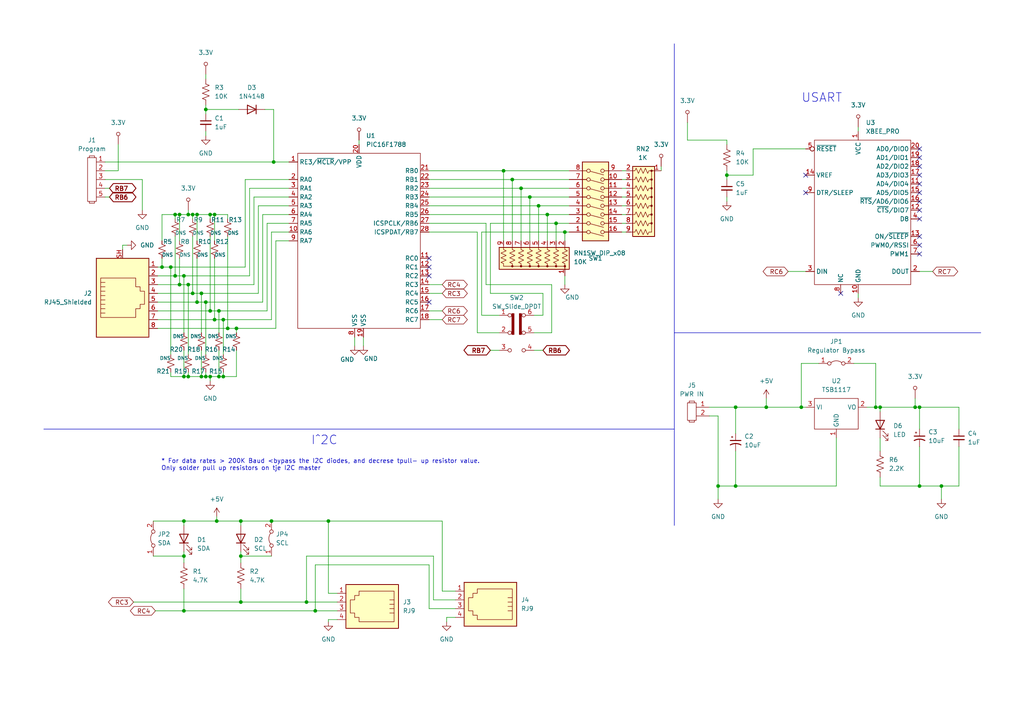
<source format=kicad_sch>
(kicad_sch (version 20231120) (generator "eeschema") (generator_version "8.0")
  (paper "A4")
  (lib_symbols
    (symbol "+5V_1" (power) (pin_names (offset 0))
      (property "Value" "+5V" (at 0 5.08 0))
      (symbol "+5V_1_1_1"
        (pin power_in line (at 0 0 90) (length 0) hide (name "+5V") (number "1"))
      )
    )
    (symbol "3.3V_1" (power) (in_bom no) (on_board no)
      (property "Value" "3.3V" (at 0 1.27 0))
      (symbol "3.3V_1_1_1"
        (pin power_in line (at 0 -5.08 90) (length 2.54) (name "") (number ""))
      )
    )
    (symbol "3.3V_2" (power) (in_bom no) (on_board no)
      (property "Value" "3.3V" (at 0 1.27 0))
      (symbol "3.3V_2_1_1"
        (pin power_in line (at 0 -5.08 90) (length 2.54) (name "") (number ""))
      )
    )
    (symbol "3.3V_3" (power) (in_bom no) (on_board no)
      (property "Value" "3.3V" (at 0 1.27 0))
      (symbol "3.3V_3_1_1"
        (pin power_in line (at 0 -5.08 90) (length 2.54) (name "") (number ""))
      )
    )
    (symbol "3.3V_4" (power) (in_bom no) (on_board no)
      (property "Value" "3.3V" (at 0 1.27 0))
      (symbol "3.3V_4_1_1"
        (pin power_in line (at 0 -5.08 90) (length 2.54) (name "") (number ""))
      )
    )
    (symbol "3.3V_5" (power) (in_bom no) (on_board no)
      (property "Value" "3.3V" (at 0 1.27 0))
      (symbol "3.3V_5_1_1"
        (pin power_in line (at 0 -5.08 90) (length 2.54) (name "") (number ""))
      )
    )
    (symbol "Connector:RJ45_Shielded" (pin_names (offset 1.016))
      (property "Reference" "J" (at -5.08 13.97 0))
      (property "Value" "RJ45_Shielded" (at 2.54 13.97 0))
      (symbol "RJ45_Shielded_1_1"
        (pin passive line (at 10.16 -7.62 180) (length 2.54) (name "~") (number "1"))
        (pin passive line (at 10.16 -5.08 180) (length 2.54) (name "~") (number "2"))
        (pin passive line (at 10.16 -2.54 180) (length 2.54) (name "~") (number "3"))
        (pin passive line (at 10.16 0 180) (length 2.54) (name "~") (number "4"))
        (pin passive line (at 10.16 2.54 180) (length 2.54) (name "~") (number "5"))
        (pin passive line (at 10.16 5.08 180) (length 2.54) (name "~") (number "6"))
        (pin passive line (at 10.16 7.62 180) (length 2.54) (name "~") (number "7"))
        (pin passive line (at 10.16 10.16 180) (length 2.54) (name "~") (number "8"))
        (pin passive line (at 0 -12.7 90) (length 2.54) (name "~") (number "SH"))
      )
    )
    (symbol "Connector:RJ9" (pin_names (offset 1.016))
      (property "Reference" "J" (at -5.08 8.89 0))
      (property "Value" "RJ9" (at 2.54 8.89 0))
      (symbol "RJ9_1_1"
        (pin passive line (at 10.16 -2.54 180) (length 2.54) (name "~") (number "1"))
        (pin passive line (at 10.16 0 180) (length 2.54) (name "~") (number "2"))
        (pin passive line (at 10.16 2.54 180) (length 2.54) (name "~") (number "3"))
        (pin passive line (at 10.16 5.08 180) (length 2.54) (name "~") (number "4"))
      )
    )
    (symbol "Custom Components:PIC16LF1788"
      (property "Reference" "U1" (at 2.0194 -2.54 0))
      (property "Value" "PIC16F1788" (at 2.0194 -5.08 0))
      (symbol "PIC16LF1788_1_1"
        (pin bidirectional line (at -20.32 -10.16 0) (length 2.54) (name "RE3/~{MCLR}/VPP") (number "1"))
        (pin bidirectional line (at -20.32 -30.48 0) (length 2.54) (name "RA6") (number "10"))
        (pin bidirectional line (at 20.32 -38.1 180) (length 2.54) (name "RC0") (number "11"))
        (pin bidirectional line (at 20.32 -40.64 180) (length 2.54) (name "RC1") (number "12"))
        (pin bidirectional line (at 20.32 -43.18 180) (length 2.54) (name "RC2") (number "13"))
        (pin bidirectional line (at 20.32 -45.72 180) (length 2.54) (name "RC3") (number "14"))
        (pin bidirectional line (at 20.32 -48.26 180) (length 2.54) (name "RC4") (number "15"))
        (pin bidirectional line (at 20.32 -50.8 180) (length 2.54) (name "RC5") (number "16"))
        (pin bidirectional line (at 20.32 -53.34 180) (length 2.54) (name "RC6") (number "17"))
        (pin bidirectional line (at 20.32 -55.88 180) (length 2.54) (name "RC7") (number "18"))
        (pin bidirectional line (at 1.27 -60.96 90) (length 2.54) (name "VSS") (number "19"))
        (pin bidirectional line (at -20.32 -15.24 0) (length 2.54) (name "RA0") (number "2"))
        (pin passive line (at 0 -5.08 270) (length 2.54) (name "VDD") (number "20"))
        (pin bidirectional line (at 20.32 -12.7 180) (length 2.54) (name "RB0") (number "21"))
        (pin bidirectional line (at 20.32 -15.24 180) (length 2.54) (name "RB1") (number "22"))
        (pin bidirectional line (at 20.32 -17.78 180) (length 2.54) (name "RB2") (number "23"))
        (pin bidirectional line (at 20.32 -20.32 180) (length 2.54) (name "RB3") (number "24"))
        (pin bidirectional line (at 20.32 -22.86 180) (length 2.54) (name "RB4") (number "25"))
        (pin bidirectional line (at 20.32 -25.4 180) (length 2.54) (name "RB5") (number "26"))
        (pin bidirectional line (at 20.32 -27.94 180) (length 2.54) (name "ICSPCLK/RB6") (number "27"))
        (pin bidirectional line (at 20.32 -30.48 180) (length 2.54) (name "ICSPDAT/RB7") (number "28"))
        (pin bidirectional line (at -20.32 -17.78 0) (length 2.54) (name "RA1") (number "3"))
        (pin bidirectional line (at -20.32 -20.32 0) (length 2.54) (name "RA2") (number "4"))
        (pin bidirectional line (at -20.32 -22.86 0) (length 2.54) (name "RA3") (number "5"))
        (pin bidirectional line (at -20.32 -25.4 0) (length 2.54) (name "RA4") (number "6"))
        (pin bidirectional line (at -20.32 -27.94 0) (length 2.54) (name "RA5") (number "7"))
        (pin bidirectional line (at -1.27 -60.96 90) (length 2.54) (name "VSS") (number "8"))
        (pin bidirectional line (at -20.32 -33.02 0) (length 2.54) (name "RA7") (number "9"))
      )
    )
    (symbol "Custom Components:XBEE_PRO"
      (property "Reference" "U" (at -0.381 -23.495 0))
      (property "Value" "XBEE_PRO" (at 0 -25.4 0))
      (symbol "XBEE_PRO_1_1"
        (pin bidirectional line (at 6.35 5.08 270) (length 2.54) (name "VCC") (number "1"))
        (pin bidirectional line (at 6.35 -41.91 90) (length 2.54) (name "GND") (number "10"))
        (pin bidirectional line (at 24.13 -10.16 180) (length 2.54) (name "AD4/DIO4") (number "11"))
        (pin bidirectional line (at 24.13 -17.78 180) (length 2.54) (name "~{CTS}/DIO7") (number "12"))
        (pin bidirectional line (at 24.13 -25.4 180) (length 2.54) (name "ON/~{SLEEP}") (number "13"))
        (pin bidirectional line (at -8.89 -7.62 0) (length 2.54) (name "VREF") (number "14"))
        (pin bidirectional line (at 24.13 -12.7 180) (length 2.54) (name "AD5/DIO5") (number "15"))
        (pin bidirectional line (at 24.13 -15.24 180) (length 2.54) (name "~{RTS}/AD6/DIO6") (number "16"))
        (pin bidirectional line (at 24.13 -7.62 180) (length 2.54) (name "AD3/DIO3") (number "17"))
        (pin bidirectional line (at 24.13 -5.08 180) (length 2.54) (name "AD2/DIO2") (number "18"))
        (pin bidirectional line (at 24.13 -2.54 180) (length 2.54) (name "AD1/DIO1") (number "19"))
        (pin bidirectional line (at 24.13 -35.56 180) (length 2.54) (name "DOUT") (number "2"))
        (pin bidirectional line (at 24.13 0 180) (length 2.54) (name "AD0/DIO0") (number "20"))
        (pin bidirectional line (at -8.89 -35.56 0) (length 2.54) (name "DIN") (number "3"))
        (pin bidirectional line (at 24.13 -20.32 180) (length 2.54) (name "D8") (number "4"))
        (pin bidirectional inverted (at -8.89 0 0) (length 2.54) (name "~{RESET}") (number "5"))
        (pin bidirectional line (at 24.13 -27.94 180) (length 2.54) (name "PWM0/RSSI") (number "6"))
        (pin bidirectional line (at 24.13 -30.48 180) (length 2.54) (name "PWM1") (number "7"))
        (pin bidirectional line (at 1.27 -41.91 90) (length 2.54) (name "NC") (number "8"))
        (pin bidirectional line (at -8.89 -12.7 0) (length 2.54) (name "DTR/SLEEP") (number "9"))
      )
    )
    (symbol "Custom Symbols:2pinheader"
      (property "Reference" "J5" (at -1.27 7.62 0))
      (property "Value" "PWR IN" (at -1.27 5.08 0))
      (symbol "2pinheader_1_1"
        (pin power_out line (at 3.81 1.27 180) (length 3.81) (name "") (number "1"))
        (pin power_out line (at 3.81 -1.27 180) (length 3.81) (name "") (number "2"))
      )
    )
    (symbol "Custom Symbols:5pinheader"
      (property "Reference" "J" (at -1.016 0.508 0))
      (property "Value" "5pinheader" (at -1.016 0.508 0))
      (symbol "5pinheader_1_1"
        (pin bidirectional line (at 2.54 -2.54 180) (length 2.54) (name "") (number "1"))
        (pin bidirectional line (at 2.54 -5.08 180) (length 2.54) (name "") (number "2"))
        (pin bidirectional line (at 2.54 -7.62 180) (length 2.54) (name "") (number "3"))
        (pin bidirectional line (at 2.54 -10.16 180) (length 2.54) (name "") (number "4"))
        (pin bidirectional line (at 2.54 -12.7 180) (length 2.54) (name "") (number "5"))
      )
    )
    (symbol "Custom Symbols:TSB1117"
      (property "Reference" "U2" (at 2.54 5.08 0))
      (property "Value" "TSB1117" (at 2.54 2.54 0))
      (symbol "TSB1117_1_1"
        (pin bidirectional line (at 2.54 -11.43 90) (length 2.54) (name "GND") (number "1"))
        (pin power_out line (at 11.43 -2.54 180) (length 2.54) (name "VO") (number "2"))
        (pin power_in line (at -6.35 -2.54 0) (length 2.54) (name "VI") (number "3"))
      )
    )
    (symbol "Device:C_Polarized_Small_US" (pin_numbers hide) (pin_names (offset 0.254) hide)
      (property "Reference" "C" (at 0.254 1.778 0))
      (property "Value" "C_Polarized_Small_US" (at 0.254 -2.032 0))
      (symbol "C_Polarized_Small_US_1_1"
        (pin passive line (at 0 2.54 270) (length 2.032) (name "~") (number "1"))
        (pin passive line (at 0 -2.54 90) (length 2.032) (name "~") (number "2"))
      )
    )
    (symbol "Device:C_Small" (pin_numbers hide) (pin_names (offset 0.254) hide)
      (property "Reference" "C" (at 0.254 1.778 0))
      (property "Value" "C_Small" (at 0.254 -2.032 0))
      (symbol "C_Small_1_1"
        (pin passive line (at 0 2.54 270) (length 2.032) (name "~") (number "1"))
        (pin passive line (at 0 -2.54 90) (length 2.032) (name "~") (number "2"))
      )
    )
    (symbol "Device:LED" (pin_numbers hide) (pin_names (offset 1.016) hide)
      (property "Reference" "D" (at 0 2.54 0))
      (property "Value" "LED" (at 0 -2.54 0))
      (symbol "LED_1_1"
        (pin passive line (at -3.81 0 0) (length 2.54) (name "K") (number "1"))
        (pin passive line (at 3.81 0 180) (length 2.54) (name "A") (number "2"))
      )
    )
    (symbol "Device:R_Network08_US" (pin_names (offset 0) hide)
      (property "Reference" "RN" (at -12.7 0 90))
      (property "Value" "R_Network08_US" (at 10.16 0 90))
      (symbol "R_Network08_US_1_1"
        (pin passive line (at -10.16 5.08 270) (length 2.54) (name "common") (number "1"))
        (pin passive line (at -10.16 -5.08 90) (length 1.27) (name "R1") (number "2"))
        (pin passive line (at -7.62 -5.08 90) (length 1.27) (name "R2") (number "3"))
        (pin passive line (at -5.08 -5.08 90) (length 1.27) (name "R3") (number "4"))
        (pin passive line (at -2.54 -5.08 90) (length 1.27) (name "R4") (number "5"))
        (pin passive line (at 0 -5.08 90) (length 1.27) (name "R5") (number "6"))
        (pin passive line (at 2.54 -5.08 90) (length 1.27) (name "R6") (number "7"))
        (pin passive line (at 5.08 -5.08 90) (length 1.27) (name "R7") (number "8"))
        (pin passive line (at 7.62 -5.08 90) (length 1.27) (name "R8") (number "9"))
      )
    )
    (symbol "Device:R_Small_US" (pin_numbers hide) (pin_names (offset 0.254) hide)
      (property "Reference" "R" (at 0.762 0.508 0))
      (property "Value" "R_Small_US" (at 0.762 -1.016 0))
      (symbol "R_Small_US_1_1"
        (pin passive line (at 0 2.54 270) (length 1.016) (name "~") (number "1"))
        (pin passive line (at 0 -2.54 90) (length 1.016) (name "~") (number "2"))
      )
    )
    (symbol "Device:R_US" (pin_numbers hide) (pin_names (offset 0))
      (property "Reference" "R" (at 2.54 0 90))
      (property "Value" "R_US" (at -2.54 0 90))
      (symbol "R_US_1_1"
        (pin passive line (at 0 3.81 270) (length 1.27) (name "~") (number "1"))
        (pin passive line (at 0 -3.81 90) (length 1.27) (name "~") (number "2"))
      )
    )
    (symbol "Diode:1N4148" (pin_numbers hide) (pin_names (offset 1.016) hide)
      (property "Reference" "D" (at 0 2.54 0))
      (property "Value" "1N4148" (at 0 -2.54 0))
      (symbol "1N4148_1_1"
        (pin passive line (at -3.81 0 0) (length 2.54) (name "K") (number "1"))
        (pin passive line (at 3.81 0 180) (length 2.54) (name "A") (number "2"))
      )
    )
    (symbol "GND_1" (power) (pin_names (offset 0))
      (property "Value" "GND" (at 0 -3.81 0))
      (symbol "GND_1_1_1"
        (pin power_in line (at 0 0 270) (length 0) hide (name "GND") (number "1"))
      )
    )
    (symbol "GND_10" (power) (pin_names (offset 0))
      (property "Value" "GND" (at 0 -3.81 0))
      (symbol "GND_10_1_1"
        (pin power_in line (at 0 0 270) (length 0) hide (name "GND") (number "1"))
      )
    )
    (symbol "GND_11" (power) (pin_names (offset 0))
      (property "Value" "GND" (at 0 -3.81 0))
      (symbol "GND_11_1_1"
        (pin power_in line (at 0 0 270) (length 0) hide (name "GND") (number "1"))
      )
    )
    (symbol "GND_12" (power) (pin_names (offset 0))
      (property "Value" "GND" (at 0 -3.81 0))
      (symbol "GND_12_1_1"
        (pin power_in line (at 0 0 270) (length 0) hide (name "GND") (number "1"))
      )
    )
    (symbol "GND_2" (power) (pin_names (offset 0))
      (property "Value" "GND" (at 0 -3.81 0))
      (symbol "GND_2_1_1"
        (pin power_in line (at 0 0 270) (length 0) hide (name "GND") (number "1"))
      )
    )
    (symbol "GND_3" (power) (pin_names (offset 0))
      (property "Value" "GND" (at 0 -3.81 0))
      (symbol "GND_3_1_1"
        (pin power_in line (at 0 0 270) (length 0) hide (name "GND") (number "1"))
      )
    )
    (symbol "GND_4" (power) (pin_names (offset 0))
      (property "Value" "GND" (at 0 -3.81 0))
      (symbol "GND_4_1_1"
        (pin power_in line (at 0 0 270) (length 0) hide (name "GND") (number "1"))
      )
    )
    (symbol "GND_5" (power) (pin_names (offset 0))
      (property "Value" "GND" (at 0 -3.81 0))
      (symbol "GND_5_1_1"
        (pin power_in line (at 0 0 270) (length 0) hide (name "GND") (number "1"))
      )
    )
    (symbol "GND_6" (power) (pin_names (offset 0))
      (property "Value" "GND" (at 0 -3.81 0))
      (symbol "GND_6_1_1"
        (pin power_in line (at 0 0 270) (length 0) hide (name "GND") (number "1"))
      )
    )
    (symbol "GND_7" (power) (pin_names (offset 0))
      (property "Value" "GND" (at 0 -3.81 0))
      (symbol "GND_7_1_1"
        (pin power_in line (at 0 0 270) (length 0) hide (name "GND") (number "1"))
      )
    )
    (symbol "GND_8" (power) (pin_names (offset 0))
      (property "Value" "GND" (at 0 -3.81 0))
      (symbol "GND_8_1_1"
        (pin power_in line (at 0 0 270) (length 0) hide (name "GND") (number "1"))
      )
    )
    (symbol "GND_9" (power) (pin_names (offset 0))
      (property "Value" "GND" (at 0 -3.81 0))
      (symbol "GND_9_1_1"
        (pin power_in line (at 0 0 270) (length 0) hide (name "GND") (number "1"))
      )
    )
    (symbol "Jumper:Jumper_2_Bridged" (pin_names (offset 0) hide)
      (property "Reference" "JP" (at 0 1.905 0))
      (property "Value" "Jumper_2_Bridged" (at 0 -2.54 0))
      (symbol "Jumper_2_Bridged_1_1"
        (pin passive line (at -5.08 0 0) (length 2.54) (name "A") (number "1"))
        (pin passive line (at 5.08 0 180) (length 2.54) (name "B") (number "2"))
      )
    )
    (symbol "Jumper_2_Bridged_1" (pin_names (offset 0) hide)
      (property "Reference" "JP" (at 0 1.905 0))
      (property "Value" "Jumper_2_Bridged" (at 0 -2.54 0))
      (symbol "Jumper_2_Bridged_1_1_1"
        (pin passive line (at -5.08 0 0) (length 2.54) (name "A") (number "1"))
        (pin passive line (at 5.08 0 180) (length 2.54) (name "B") (number "2"))
      )
    )
    (symbol "Jumper_2_Bridged_2" (pin_names (offset 0) hide)
      (property "Reference" "JP" (at 0 1.905 0))
      (property "Value" "Jumper_2_Bridged" (at 0 -2.54 0))
      (symbol "Jumper_2_Bridged_2_1_1"
        (pin passive line (at -5.08 0 0) (length 2.54) (name "A") (number "1"))
        (pin passive line (at 5.08 0 180) (length 2.54) (name "B") (number "2"))
      )
    )
    (symbol "Power_symbols:3.3V" (power) (in_bom no) (on_board no)
      (property "Value" "3.3V" (at 0 0 0))
      (symbol "3.3V_1_1"
        (pin power_out line (at 0 -5.08 90) (length 2.54) (name "") (number ""))
      )
    )
    (symbol "RJ9_1" (pin_names (offset 1.016))
      (property "Reference" "J" (at -5.08 8.89 0))
      (property "Value" "RJ9" (at 2.54 8.89 0))
      (symbol "RJ9_1_1_1"
        (pin passive line (at 10.16 -2.54 180) (length 2.54) (name "~") (number "1"))
        (pin passive line (at 10.16 0 180) (length 2.54) (name "~") (number "2"))
        (pin passive line (at 10.16 2.54 180) (length 2.54) (name "~") (number "3"))
        (pin passive line (at 10.16 5.08 180) (length 2.54) (name "~") (number "4"))
      )
    )
    (symbol "Switch:SW_DIP_x08" (pin_names (offset 0) hide)
      (property "Reference" "SW" (at 0 13.97 0))
      (property "Value" "SW_DIP_x08" (at 0 -11.43 0))
      (symbol "SW_DIP_x08_1_1"
        (pin passive line (at -7.62 10.16 0) (length 5.08) (name "~") (number "1"))
        (pin passive line (at 7.62 -5.08 180) (length 5.08) (name "~") (number "10"))
        (pin passive line (at 7.62 -2.54 180) (length 5.08) (name "~") (number "11"))
        (pin passive line (at 7.62 0 180) (length 5.08) (name "~") (number "12"))
        (pin passive line (at 7.62 2.54 180) (length 5.08) (name "~") (number "13"))
        (pin passive line (at 7.62 5.08 180) (length 5.08) (name "~") (number "14"))
        (pin passive line (at 7.62 7.62 180) (length 5.08) (name "~") (number "15"))
        (pin passive line (at 7.62 10.16 180) (length 5.08) (name "~") (number "16"))
        (pin passive line (at -7.62 7.62 0) (length 5.08) (name "~") (number "2"))
        (pin passive line (at -7.62 5.08 0) (length 5.08) (name "~") (number "3"))
        (pin passive line (at -7.62 2.54 0) (length 5.08) (name "~") (number "4"))
        (pin passive line (at -7.62 0 0) (length 5.08) (name "~") (number "5"))
        (pin passive line (at -7.62 -2.54 0) (length 5.08) (name "~") (number "6"))
        (pin passive line (at -7.62 -5.08 0) (length 5.08) (name "~") (number "7"))
        (pin passive line (at -7.62 -7.62 0) (length 5.08) (name "~") (number "8"))
        (pin passive line (at 7.62 -7.62 180) (length 5.08) (name "~") (number "9"))
      )
    )
    (symbol "Switch:SW_Slide_DPDT" (pin_names (offset 0) hide)
      (property "Reference" "SW" (at 0 6.858 0))
      (property "Value" "SW_Slide_DPDT" (at 0 -8.128 0))
      (symbol "SW_Slide_DPDT_1_1"
        (pin passive line (at -5.08 5.08 0) (length 2.54) (name "A") (number "1"))
        (pin passive line (at -5.08 0 0) (length 2.54) (name "B") (number "2"))
        (pin passive line (at -5.08 -5.08 0) (length 2.54) (name "C") (number "3"))
        (pin passive line (at 5.08 -5.08 180) (length 2.54) (name "A") (number "4"))
        (pin passive line (at 5.08 0 180) (length 2.54) (name "B") (number "5"))
        (pin passive line (at 5.08 5.08 180) (length 2.54) (name "C") (number "6"))
      )
    )
    (symbol "power:+5V" (power) (pin_names (offset 0))
      (property "Value" "+5V" (at 0 5.715 0))
      (symbol "+5V_1_1"
        (pin power_out line (at 0 0 90) (length 0) hide (name "+5V") (number "1"))
      )
    )
    (symbol "power:GND" (power) (pin_names (offset 0))
      (property "Value" "GND" (at 0 -3.81 0))
      (symbol "GND_1_1"
        (pin power_in line (at 0 0 270) (length 0) hide (name "GND") (number "1"))
      )
    )
  )
  (junction (at 54.61 82.55))
  (junction (at 53.34 80.01))
  (junction (at 62.23 62.23))
  (junction (at 91.44 177.165))
  (junction (at 60.96 90.17))
  (junction (at 69.85 161.29))
  (junction (at 57.15 87.63))
  (junction (at 55.88 85.09))
  (junction (at 88.9 174.625))
  (junction (at 148.59 52.07))
  (junction (at 213.36 140.97))
  (junction (at 63.5 109.22))
  (junction (at 60.96 109.22))
  (junction (at 64.77 92.71))
  (junction (at 46.99 77.47))
  (junction (at 153.67 57.15))
  (junction (at 95.25 151.13))
  (junction (at 59.69 87.63))
  (junction (at 58.42 109.22))
  (junction (at 66.04 95.25))
  (junction (at 50.8 80.01))
  (junction (at 222.25 118.11))
  (junction (at 64.77 109.22))
  (junction (at 62.865 151.13))
  (junction (at 53.34 161.29))
  (junction (at 156.21 59.69))
  (junction (at 59.69 109.22))
  (junction (at 68.58 95.25))
  (junction (at 53.34 151.13))
  (junction (at 163.83 67.31))
  (junction (at 78.74 151.13))
  (junction (at 52.07 82.55))
  (junction (at 62.23 92.71))
  (junction (at 208.28 140.97))
  (junction (at 50.8 62.23))
  (junction (at 213.36 118.11))
  (junction (at 265.43 118.11))
  (junction (at 161.29 64.77))
  (junction (at 69.85 174.625))
  (junction (at 232.41 118.11))
  (junction (at 59.69 31.75))
  (junction (at 55.88 62.23))
  (junction (at 53.34 109.22))
  (junction (at 58.42 85.09))
  (junction (at 52.07 62.23))
  (junction (at 151.13 54.61))
  (junction (at 69.85 151.13))
  (junction (at 79.375 46.99))
  (junction (at 57.15 62.23))
  (junction (at 273.05 140.97))
  (junction (at 63.5 90.17))
  (junction (at 255.27 118.11))
  (junction (at 266.7 140.97))
  (junction (at 54.61 62.23))
  (junction (at 60.96 62.23))
  (junction (at 53.34 177.165))
  (junction (at 49.53 77.47))
  (junction (at 158.75 62.23))
  (junction (at 254 118.11))
  (junction (at 210.82 50.8))
  (junction (at 146.05 49.53))
  (junction (at 266.7 118.11))
  (junction (at 54.61 109.22))
  (no_connect (at 266.7 50.8))
  (no_connect (at 266.7 71.12))
  (no_connect (at 233.68 55.88))
  (no_connect (at 266.7 53.34))
  (no_connect (at 266.7 68.58))
  (no_connect (at 243.84 85.09))
  (no_connect (at 266.7 60.96))
  (no_connect (at 124.46 77.47))
  (no_connect (at 266.7 55.88))
  (no_connect (at 266.7 58.42))
  (no_connect (at 266.7 63.5))
  (no_connect (at 266.7 73.66))
  (no_connect (at 124.46 74.93))
  (no_connect (at 266.7 48.26))
  (no_connect (at 124.46 87.63))
  (no_connect (at 124.46 80.01))
  (no_connect (at 266.7 45.72))
  (no_connect (at 233.68 50.8))
  (no_connect (at 266.7 43.18))
  (wire (pts (xy 237.49 105.41) (xy 232.41 105.41)))
  (wire (pts (xy 105.41 97.79) (xy 105.41 100.33)))
  (wire (pts (xy 66.04 62.23) (xy 66.04 63.5)))
  (wire (pts (xy 181.61 64.77) (xy 180.34 64.77)))
  (wire (pts (xy 79.375 31.75) (xy 79.375 46.99)))
  (wire (pts (xy 213.36 118.11) (xy 213.36 125.73)))
  (wire (pts (xy 222.25 118.11) (xy 232.41 118.11)))
  (wire (pts (xy 69.85 161.29) (xy 78.74 161.29)))
  (wire (pts (xy 199.39 40.64) (xy 210.82 40.64)))
  (wire (pts (xy 255.27 140.97) (xy 255.27 138.43)))
  (wire (pts (xy 74.93 59.69) (xy 83.82 59.69)))
  (wire (pts (xy 45.085 177.165) (xy 53.34 177.165)))
  (wire (pts (xy 102.87 97.79) (xy 102.87 100.33)))
  (wire (pts (xy 54.61 60.96) (xy 54.61 62.23)))
  (wire (pts (xy 278.13 140.97) (xy 273.05 140.97)))
  (wire (pts (xy 163.83 67.31) (xy 165.1 67.31)))
  (wire (pts (xy 30.48 54.61) (xy 31.75 54.61)))
  (wire (pts (xy 157.48 85.09) (xy 157.48 91.44)))
  (wire (pts (xy 163.83 82.55) (xy 163.83 80.01)))
  (wire (pts (xy 153.67 57.15) (xy 153.67 69.85)))
  (wire (pts (xy 125.73 161.29) (xy 88.9 161.29)))
  (wire (pts (xy 124.46 54.61) (xy 151.13 54.61)))
  (wire (pts (xy 69.85 174.625) (xy 88.9 174.625)))
  (wire (pts (xy 210.82 57.15) (xy 210.82 58.42)))
  (wire (pts (xy 129.54 180.34) (xy 129.54 179.07)))
  (wire (pts (xy 53.34 160.02) (xy 53.34 161.29)))
  (wire (pts (xy 232.41 118.11) (xy 233.68 118.11)))
  (wire (pts (xy 160.02 82.55) (xy 160.02 96.52)))
  (wire (pts (xy 125.73 173.99) (xy 132.08 173.99)))
  (wire (pts (xy 60.96 110.49) (xy 60.96 109.22)))
  (wire (pts (xy 266.7 140.97) (xy 255.27 140.97)))
  (wire (pts (xy 59.69 31.75) (xy 59.69 33.02)))
  (wire (pts (xy 50.8 80.01) (xy 53.34 80.01)))
  (wire (pts (xy 62.865 149.86) (xy 62.865 151.13)))
  (wire (pts (xy 58.42 85.09) (xy 74.93 85.09)))
  (wire (pts (xy 59.69 30.48) (xy 59.69 31.75)))
  (wire (pts (xy 95.25 151.13) (xy 78.74 151.13)))
  (wire (pts (xy 41.275 60.96) (xy 41.275 52.07)))
  (wire (pts (xy 208.28 120.65) (xy 205.74 120.65)))
  (wire (pts (xy 34.29 49.53) (xy 34.29 41.91)))
  (wire (pts (xy 205.74 118.11) (xy 213.36 118.11)))
  (wire (pts (xy 78.74 92.71) (xy 78.74 67.31)))
  (wire (pts (xy 60.96 68.58) (xy 60.96 90.17)))
  (wire (pts (xy 91.44 177.165) (xy 97.79 177.165)))
  (wire (pts (xy 64.77 92.71) (xy 78.74 92.71)))
  (wire (pts (xy 45.72 77.47) (xy 46.99 77.47)))
  (wire (pts (xy 142.24 101.6) (xy 144.78 101.6)))
  (wire (pts (xy 142.24 64.77) (xy 142.24 85.09)))
  (wire (pts (xy 165.1 54.61) (xy 151.13 54.61)))
  (wire (pts (xy 69.85 161.29) (xy 69.85 163.195)))
  (wire (pts (xy 181.61 59.69) (xy 180.34 59.69)))
  (wire (pts (xy 62.23 62.23) (xy 66.04 62.23)))
  (wire (pts (xy 210.82 50.8) (xy 218.44 50.8)))
  (wire (pts (xy 165.1 59.69) (xy 156.21 59.69)))
  (wire (pts (xy 218.44 43.18) (xy 233.68 43.18)))
  (wire (pts (xy 213.36 118.11) (xy 222.25 118.11)))
  (wire (pts (xy 46.99 62.23) (xy 46.99 69.85)))
  (wire (pts (xy 50.8 62.23) (xy 52.07 62.23)))
  (polyline (pts (xy 195.58 96.52) (xy 284.48 96.52)))
  (wire (pts (xy 30.48 46.99) (xy 79.375 46.99)))
  (wire (pts (xy 36.83 71.12) (xy 35.56 71.12)))
  (polyline (pts (xy 12.7 124.46) (xy 195.58 124.46)))
  (wire (pts (xy 139.7 91.44) (xy 144.78 91.44)))
  (wire (pts (xy 124.46 90.17) (xy 128.27 90.17)))
  (wire (pts (xy 35.56 71.12) (xy 35.56 72.39)))
  (wire (pts (xy 50.8 68.58) (xy 50.8 80.01)))
  (wire (pts (xy 62.23 62.23) (xy 62.23 69.85)))
  (wire (pts (xy 69.85 170.815) (xy 69.85 174.625)))
  (wire (pts (xy 213.36 130.81) (xy 213.36 140.97)))
  (wire (pts (xy 60.96 109.22) (xy 59.69 109.22)))
  (wire (pts (xy 199.39 35.56) (xy 199.39 40.64)))
  (wire (pts (xy 124.46 176.53) (xy 132.08 176.53)))
  (wire (pts (xy 208.28 140.97) (xy 208.28 120.65)))
  (wire (pts (xy 30.48 52.07) (xy 41.275 52.07)))
  (wire (pts (xy 88.9 161.29) (xy 88.9 174.625)))
  (wire (pts (xy 278.13 118.11) (xy 278.13 124.46)))
  (wire (pts (xy 124.46 67.31) (xy 138.43 67.31)))
  (wire (pts (xy 53.34 109.22) (xy 49.53 109.22)))
  (wire (pts (xy 72.39 80.01) (xy 72.39 54.61)))
  (wire (pts (xy 124.46 176.53) (xy 124.46 163.83)))
  (wire (pts (xy 45.72 85.09) (xy 55.88 85.09)))
  (wire (pts (xy 58.42 109.22) (xy 54.61 109.22)))
  (wire (pts (xy 139.7 67.31) (xy 163.83 67.31)))
  (wire (pts (xy 53.34 109.22) (xy 53.34 101.6)))
  (wire (pts (xy 255.27 127) (xy 255.27 130.81)))
  (wire (pts (xy 53.34 170.815) (xy 53.34 177.165)))
  (wire (pts (xy 124.46 49.53) (xy 146.05 49.53)))
  (wire (pts (xy 148.59 52.07) (xy 148.59 69.85)))
  (wire (pts (xy 60.96 62.23) (xy 60.96 63.5)))
  (wire (pts (xy 66.04 68.58) (xy 66.04 95.25)))
  (wire (pts (xy 54.61 109.22) (xy 54.61 107.95)))
  (wire (pts (xy 254 105.41) (xy 254 118.11)))
  (wire (pts (xy 132.08 171.45) (xy 128.27 171.45)))
  (wire (pts (xy 151.13 54.61) (xy 151.13 69.85)))
  (wire (pts (xy 138.43 67.31) (xy 138.43 96.52)))
  (wire (pts (xy 49.53 109.22) (xy 49.53 107.95)))
  (wire (pts (xy 248.92 86.36) (xy 248.92 85.09)))
  (wire (pts (xy 232.41 105.41) (xy 232.41 118.11)))
  (wire (pts (xy 125.73 173.99) (xy 125.73 161.29)))
  (wire (pts (xy 54.61 62.23) (xy 55.88 62.23)))
  (wire (pts (xy 44.45 161.29) (xy 53.34 161.29)))
  (wire (pts (xy 63.5 109.22) (xy 63.5 101.6)))
  (wire (pts (xy 273.05 140.97) (xy 273.05 144.78)))
  (wire (pts (xy 55.88 62.23) (xy 55.88 63.5)))
  (wire (pts (xy 78.74 67.31) (xy 83.82 67.31)))
  (wire (pts (xy 218.44 50.8) (xy 218.44 43.18)))
  (wire (pts (xy 60.96 90.17) (xy 63.5 90.17)))
  (wire (pts (xy 30.48 57.15) (xy 31.75 57.15)))
  (wire (pts (xy 181.61 57.15) (xy 180.34 57.15)))
  (wire (pts (xy 210.82 50.8) (xy 210.82 52.07)))
  (wire (pts (xy 55.88 68.58) (xy 55.88 85.09)))
  (wire (pts (xy 49.53 77.47) (xy 71.12 77.47)))
  (wire (pts (xy 140.97 64.77) (xy 140.97 82.55)))
  (wire (pts (xy 57.15 74.93) (xy 57.15 87.63)))
  (wire (pts (xy 124.46 163.83) (xy 91.44 163.83)))
  (wire (pts (xy 181.61 62.23) (xy 180.34 62.23)))
  (wire (pts (xy 45.72 87.63) (xy 57.15 87.63)))
  (wire (pts (xy 181.61 49.53) (xy 180.34 49.53)))
  (wire (pts (xy 59.69 38.1) (xy 59.69 39.37)))
  (wire (pts (xy 59.69 31.75) (xy 69.215 31.75)))
  (wire (pts (xy 59.69 109.22) (xy 59.69 107.95)))
  (wire (pts (xy 161.29 64.77) (xy 161.29 69.85)))
  (wire (pts (xy 76.2 62.23) (xy 83.82 62.23)))
  (wire (pts (xy 266.7 118.11) (xy 278.13 118.11)))
  (wire (pts (xy 251.46 118.11) (xy 254 118.11)))
  (wire (pts (xy 124.46 52.07) (xy 148.59 52.07)))
  (wire (pts (xy 63.5 90.17) (xy 77.47 90.17)))
  (wire (pts (xy 44.45 151.13) (xy 53.34 151.13)))
  (wire (pts (xy 124.46 64.77) (xy 140.97 64.77)))
  (wire (pts (xy 210.82 40.64) (xy 210.82 41.91)))
  (wire (pts (xy 242.57 140.97) (xy 213.36 140.97)))
  (wire (pts (xy 68.58 95.25) (xy 80.01 95.25)))
  (wire (pts (xy 254 118.11) (xy 255.27 118.11)))
  (wire (pts (xy 80.01 69.85) (xy 83.82 69.85)))
  (wire (pts (xy 210.82 49.53) (xy 210.82 50.8)))
  (wire (pts (xy 50.8 62.23) (xy 50.8 63.5)))
  (wire (pts (xy 146.05 49.53) (xy 146.05 69.85)))
  (wire (pts (xy 57.15 87.63) (xy 59.69 87.63)))
  (wire (pts (xy 181.61 67.31) (xy 180.34 67.31)))
  (wire (pts (xy 154.94 101.6) (xy 157.48 101.6)))
  (wire (pts (xy 53.34 161.29) (xy 53.34 163.195)))
  (wire (pts (xy 62.865 151.13) (xy 69.85 151.13)))
  (wire (pts (xy 54.61 102.87) (xy 54.61 82.55)))
  (wire (pts (xy 45.72 95.25) (xy 66.04 95.25)))
  (wire (pts (xy 242.57 127) (xy 242.57 140.97)))
  (wire (pts (xy 30.48 49.53) (xy 34.29 49.53)))
  (wire (pts (xy 63.5 109.22) (xy 60.96 109.22)))
  (wire (pts (xy 165.1 52.07) (xy 148.59 52.07)))
  (wire (pts (xy 124.46 92.71) (xy 128.27 92.71)))
  (wire (pts (xy 140.97 82.55) (xy 160.02 82.55)))
  (wire (pts (xy 255.27 118.11) (xy 255.27 119.38)))
  (wire (pts (xy 83.82 46.99) (xy 79.375 46.99)))
  (wire (pts (xy 77.47 64.77) (xy 83.82 64.77)))
  (wire (pts (xy 165.1 62.23) (xy 158.75 62.23)))
  (wire (pts (xy 62.23 92.71) (xy 64.77 92.71)))
  (wire (pts (xy 52.07 82.55) (xy 54.61 82.55)))
  (wire (pts (xy 222.25 115.57) (xy 222.25 118.11)))
  (wire (pts (xy 142.24 85.09) (xy 157.48 85.09)))
  (wire (pts (xy 139.7 67.31) (xy 139.7 91.44)))
  (wire (pts (xy 158.75 62.23) (xy 158.75 69.85)))
  (wire (pts (xy 76.2 87.63) (xy 76.2 62.23)))
  (wire (pts (xy 49.53 102.87) (xy 49.53 77.47)))
  (wire (pts (xy 46.99 74.93) (xy 46.99 77.47)))
  (wire (pts (xy 58.42 96.52) (xy 58.42 85.09)))
  (wire (pts (xy 55.88 85.09) (xy 58.42 85.09)))
  (wire (pts (xy 163.83 67.31) (xy 163.83 69.85)))
  (wire (pts (xy 91.44 163.83) (xy 91.44 177.165)))
  (wire (pts (xy 128.27 151.13) (xy 128.27 171.45)))
  (wire (pts (xy 53.34 80.01) (xy 72.39 80.01)))
  (wire (pts (xy 247.65 105.41) (xy 254 105.41)))
  (wire (pts (xy 161.29 64.77) (xy 165.1 64.77)))
  (wire (pts (xy 124.46 85.09) (xy 128.27 85.09)))
  (wire (pts (xy 74.93 85.09) (xy 74.93 59.69)))
  (wire (pts (xy 128.27 151.13) (xy 95.25 151.13)))
  (wire (pts (xy 59.69 109.22) (xy 58.42 109.22)))
  (wire (pts (xy 69.85 160.02) (xy 69.85 161.29)))
  (wire (pts (xy 213.36 140.97) (xy 208.28 140.97)))
  (wire (pts (xy 278.13 129.54) (xy 278.13 140.97)))
  (wire (pts (xy 46.99 77.47) (xy 49.53 77.47)))
  (wire (pts (xy 59.69 21.59) (xy 59.69 22.86)))
  (wire (pts (xy 76.835 31.75) (xy 79.375 31.75)))
  (wire (pts (xy 95.25 179.705) (xy 97.79 179.705)))
  (wire (pts (xy 68.58 109.22) (xy 68.58 101.6)))
  (wire (pts (xy 95.25 180.34) (xy 95.25 179.705)))
  (wire (pts (xy 124.46 57.15) (xy 153.67 57.15)))
  (wire (pts (xy 80.01 95.25) (xy 80.01 69.85)))
  (wire (pts (xy 57.15 62.23) (xy 60.96 62.23)))
  (wire (pts (xy 124.46 59.69) (xy 156.21 59.69)))
  (wire (pts (xy 68.58 96.52) (xy 68.58 95.25)))
  (wire (pts (xy 273.05 140.97) (xy 266.7 140.97)))
  (wire (pts (xy 72.39 54.61) (xy 83.82 54.61)))
  (wire (pts (xy 124.46 62.23) (xy 158.75 62.23)))
  (wire (pts (xy 156.21 59.69) (xy 156.21 69.85)))
  (wire (pts (xy 55.88 62.23) (xy 57.15 62.23)))
  (wire (pts (xy 52.07 62.23) (xy 52.07 69.85)))
  (wire (pts (xy 71.12 52.07) (xy 83.82 52.07)))
  (wire (pts (xy 191.77 48.26) (xy 191.77 49.53)))
  (wire (pts (xy 181.61 54.61) (xy 180.34 54.61)))
  (wire (pts (xy 104.14 40.64) (xy 104.14 41.91)))
  (wire (pts (xy 64.77 109.22) (xy 63.5 109.22)))
  (wire (pts (xy 129.54 179.07) (xy 132.08 179.07)))
  (wire (pts (xy 46.99 62.23) (xy 50.8 62.23)))
  (wire (pts (xy 266.7 129.54) (xy 266.7 140.97)))
  (wire (pts (xy 73.66 82.55) (xy 73.66 57.15)))
  (wire (pts (xy 248.92 36.83) (xy 248.92 38.1)))
  (wire (pts (xy 265.43 115.57) (xy 265.43 118.11)))
  (wire (pts (xy 165.1 57.15) (xy 153.67 57.15)))
  (wire (pts (xy 62.23 74.93) (xy 62.23 92.71)))
  (wire (pts (xy 124.46 82.55) (xy 128.27 82.55)))
  (wire (pts (xy 53.34 151.13) (xy 62.865 151.13)))
  (wire (pts (xy 64.77 102.87) (xy 64.77 92.71)))
  (polyline (pts (xy 195.58 12.7) (xy 195.58 152.4)))
  (wire (pts (xy 78.74 151.13) (xy 69.85 151.13)))
  (wire (pts (xy 52.07 74.93) (xy 52.07 82.55)))
  (wire (pts (xy 52.07 62.23) (xy 54.61 62.23)))
  (wire (pts (xy 138.43 96.52) (xy 144.78 96.52)))
  (wire (pts (xy 88.9 174.625) (xy 97.79 174.625)))
  (wire (pts (xy 57.15 62.23) (xy 57.15 69.85)))
  (wire (pts (xy 38.735 174.625) (xy 69.85 174.625)))
  (wire (pts (xy 66.04 95.25) (xy 68.58 95.25)))
  (wire (pts (xy 45.72 90.17) (xy 60.96 90.17)))
  (wire (pts (xy 63.5 96.52) (xy 63.5 90.17)))
  (wire (pts (xy 45.72 82.55) (xy 52.07 82.55)))
  (wire (pts (xy 270.51 78.74) (xy 266.7 78.74)))
  (wire (pts (xy 255.27 118.11) (xy 265.43 118.11)))
  (wire (pts (xy 154.94 91.44) (xy 157.48 91.44)))
  (wire (pts (xy 265.43 118.11) (xy 266.7 118.11)))
  (wire (pts (xy 53.34 96.52) (xy 53.34 80.01)))
  (wire (pts (xy 142.24 64.77) (xy 161.29 64.77)))
  (wire (pts (xy 59.69 87.63) (xy 76.2 87.63)))
  (wire (pts (xy 69.85 151.13) (xy 69.85 152.4)))
  (wire (pts (xy 53.34 152.4) (xy 53.34 151.13)))
  (wire (pts (xy 95.25 172.085) (xy 95.25 151.13)))
  (wire (pts (xy 77.47 90.17) (xy 77.47 64.77)))
  (wire (pts (xy 71.12 77.47) (xy 71.12 52.07)))
  (wire (pts (xy 181.61 52.07) (xy 180.34 52.07)))
  (wire (pts (xy 228.6 78.74) (xy 233.68 78.74)))
  (wire (pts (xy 58.42 109.22) (xy 58.42 101.6)))
  (wire (pts (xy 68.58 109.22) (xy 64.77 109.22)))
  (wire (pts (xy 165.1 49.53) (xy 146.05 49.53)))
  (wire (pts (xy 266.7 118.11) (xy 266.7 124.46)))
  (wire (pts (xy 54.61 109.22) (xy 53.34 109.22)))
  (wire (pts (xy 45.72 92.71) (xy 62.23 92.71)))
  (wire (pts (xy 64.77 109.22) (xy 64.77 107.95)))
  (wire (pts (xy 97.79 172.085) (xy 95.25 172.085)))
  (wire (pts (xy 60.96 62.23) (xy 62.23 62.23)))
  (wire (pts (xy 154.94 96.52) (xy 160.02 96.52)))
  (wire (pts (xy 208.28 140.97) (xy 208.28 144.78)))
  (wire (pts (xy 53.34 177.165) (xy 91.44 177.165)))
  (wire (pts (xy 54.61 82.55) (xy 73.66 82.55)))
  (wire (pts (xy 45.72 80.01) (xy 50.8 80.01)))
  (wire (pts (xy 59.69 102.87) (xy 59.69 87.63)))
  (wire (pts (xy 73.66 57.15) (xy 83.82 57.15)))
  (text "USART" (at 232.41 29.972 0) (effects (font (size 2.54 2.54)) (justify left bottom)))
  (text "I^2C\n" (at 90.17 129.286 0) (effects (font (size 2.54 2.54)) (justify left bottom)))
  (text "* For data rates > 200K Baud <bypass the I2C diodes, and decrese tpull- up resistor value.\nOnly solder pull up resistors on tje I2C master\n" (at 46.736 136.652 0) (effects (font (size 1.27 1.27)) (justify left bottom)))
  (global_label "RC4" (shape bidirectional) (at 45.085 177.165 180) (property "Intersheetrefs" "${INTERSHEET_REFS}" (effects (hide yes))))
  (global_label "RC7" (shape bidirectional) (at 270.51 78.74 0) (property "Intersheetrefs" "${INTERSHEET_REFS}" (effects (hide yes))))
  (global_label "RB6" (shape bidirectional) (at 157.48 101.6 0) (effects (font (bold yes))) (property "Intersheetrefs" "${INTERSHEET_REFS}" (effects (hide yes))))
  (global_label "RC3" (shape bidirectional) (at 128.27 85.09 0) (property "Intersheetrefs" "${INTERSHEET_REFS}" (effects (hide yes))))
  (global_label "RC4" (shape bidirectional) (at 128.27 82.55 0) (property "Intersheetrefs" "${INTERSHEET_REFS}" (effects (hide yes))))
  (global_label "RC3" (shape bidirectional) (at 38.735 174.625 180) (property "Intersheetrefs" "${INTERSHEET_REFS}" (effects (hide yes))))
  (global_label "RC6" (shape bidirectional) (at 128.27 90.17 0) (property "Intersheetrefs" "${INTERSHEET_REFS}" (effects (hide yes))))
  (global_label "RB7" (shape bidirectional) (at 31.75 54.61 0) (effects (font (bold yes))) (property "Intersheetrefs" "${INTERSHEET_REFS}" (effects (hide yes))))
  (global_label "RC6" (shape bidirectional) (at 228.6 78.74 180) (property "Intersheetrefs" "${INTERSHEET_REFS}" (effects (hide yes))))
  (global_label "RB6" (shape bidirectional) (at 31.75 57.15 0) (effects (font (bold yes))) (property "Intersheetrefs" "${INTERSHEET_REFS}" (effects (hide yes))))
  (global_label "RC7" (shape bidirectional) (at 128.27 92.71 0) (property "Intersheetrefs" "${INTERSHEET_REFS}" (effects (hide yes))))
  (global_label "RB7" (shape bidirectional) (at 142.24 101.6 180) (effects (font (bold yes))) (property "Intersheetrefs" "${INTERSHEET_REFS}" (effects (hide yes))))
  (symbol (lib_id "Device:R_US") (at 210.82 45.72 0) (unit 1)
    (property "Reference" "R4" (at 213.36 44.4499 0) (effects (justify left)))
    (property "Value" "10K" (at 213.36 46.9899 0) (effects (justify left)))
    (property "Footprint" "Resistor_SMD:R_0805_2012Metric_Pad1.20x1.40mm_HandSolder" (effects (hide yes)))
  )
  (symbol (lib_id "Device:R_Small_US") (at 57.15 72.39 0) (unit 1)
    (property "Reference" "R10" (at 57.404 70.104 0) (effects (justify left)))
    (property "Value" "DNS" (at 57.15 73.914 0) (effects (font (size 1.016 1.016)) (justify left)))
    (property "Footprint" "Resistor_SMD:R_0805_2012Metric_Pad1.20x1.40mm_HandSolder" (effects (hide yes)))
    (property "Description" "Resistor, small US symbol" (effects (hide yes)))
  )
  (symbol (lib_id "Device:R_Network08_US") (at 153.67 74.93 180) (unit 1)
    (property "Reference" "RN1" (at 166.37 73.4059 0) (effects (justify right)))
    (property "Value" "10K" (at 166.37 75.9459 0) (effects (justify right)))
    (property "Footprint" "Resistor_THT:R_Array_SIP9" (effects (hide yes)))
    (property "Datasheet" "http://www.vishay.com/docs/31509/csc.pdf" (effects (hide yes)))
    (property "Description" "8 resistor network, star topology, bussed resistors, small US symbol" (effects (hide yes)))
  )
  (symbol (lib_id "Power_symbols:3.3V") (at 191.77 43.18 0) (unit 1) (in_bom no) (on_board no)
    (property "Reference" "#PWR023" (effects (hide yes)))
    (property "Value" "3.3V" (at 191.77 41.91 0))
  )
  (symbol (lib_id "Device:R_Small_US") (at 46.99 72.39 0) (unit 1)
    (property "Reference" "R5" (at 47.244 70.104 0) (effects (justify left)))
    (property "Value" "DNS" (at 46.99 73.914 0) (effects (font (size 1.016 1.016)) (justify left)))
    (property "Footprint" "Resistor_SMD:R_0805_2012Metric_Pad1.20x1.40mm_HandSolder" (effects (hide yes)))
    (property "Description" "Resistor, small US symbol" (effects (hide yes)))
  )
  (symbol (lib_name "GND_8") (lib_id "power:GND") (at 129.54 180.34 0) (unit 1)
    (property "Reference" "#PWR08" (effects (hide yes)))
    (property "Value" "GND" (at 129.54 185.42 0))
  )
  (symbol (lib_id "Device:R_Small_US") (at 53.34 99.06 180) (unit 1)
    (property "Reference" "R20" (at 53.086 101.346 0) (effects (justify left)))
    (property "Value" "DNS" (at 53.34 97.536 0) (effects (font (size 1.016 1.016)) (justify left)))
    (property "Footprint" "Resistor_SMD:R_0805_2012Metric_Pad1.20x1.40mm_HandSolder" (effects (hide yes)))
    (property "Description" "Resistor, small US symbol" (effects (hide yes)))
  )
  (symbol (lib_id "Switch:SW_DIP_x08") (at 172.72 57.15 0) (mirror x) (unit 1)
    (property "Reference" "SW1" (at 172.72 74.93 0))
    (property "Value" "SW_DIP_x08" (at 175.768 73.406 0))
    (property "Footprint" "ATVProject_Library:Dip Switch (16 pin)" (effects (hide yes)))
    (property "Description" "8x DIP Switch, Single Pole Single Throw (SPST) switch, small symbol" (effects (hide yes)))
  )
  (symbol (lib_id "Device:R_Small_US") (at 59.69 105.41 180) (unit 1)
    (property "Reference" "R17" (at 59.436 107.696 0) (effects (justify left)))
    (property "Value" "DNS" (at 59.69 103.886 0) (effects (font (size 1.016 1.016)) (justify left)))
    (property "Footprint" "Resistor_SMD:R_0805_2012Metric_Pad1.20x1.40mm_HandSolder" (effects (hide yes)))
    (property "Description" "Resistor, small US symbol" (effects (hide yes)))
  )
  (symbol (lib_id "Device:R_Small_US") (at 66.04 66.04 0) (unit 1)
    (property "Reference" "R13" (at 66.294 63.754 0) (effects (justify left)))
    (property "Value" "DNS" (at 66.04 67.564 0) (effects (font (size 1.016 1.016)) (justify left)))
    (property "Footprint" "Resistor_SMD:R_0805_2012Metric_Pad1.20x1.40mm_HandSolder" (effects (hide yes)))
    (property "Description" "Resistor, small US symbol" (effects (hide yes)))
  )
  (symbol (lib_id "Device:R_US") (at 69.85 167.005 0) (unit 1)
    (property "Reference" "R2" (at 72.39 165.7349 0) (effects (justify left)))
    (property "Value" "4.7K" (at 72.39 168.2749 0) (effects (justify left)))
    (property "Footprint" "Resistor_SMD:R_0805_2012Metric_Pad1.20x1.40mm_HandSolder" (effects (hide yes)))
  )
  (symbol (lib_id "Connector:RJ9") (at 142.24 173.99 180) (unit 1)
    (property "Reference" "J4" (at 151.13 173.9899 0) (effects (justify right)))
    (property "Value" "RJ9" (at 151.13 176.5299 0) (effects (justify right)))
    (property "Footprint" "footprint library:RJ11_BB" (effects (hide yes)))
  )
  (symbol (lib_id "Custom Components:XBEE_PRO") (at 242.57 43.18 0) (unit 1)
    (property "Reference" "U3" (at 251.1141 35.56 0) (effects (justify left)))
    (property "Value" "XBEE_PRO" (at 251.1141 38.1 0) (effects (justify left)))
    (property "Footprint" "ATVProject_Library:Zigby" (effects (hide yes)))
  )
  (symbol (lib_id "Custom Symbols:TSB1117") (at 240.03 115.57 0) (unit 1)
    (property "Reference" "U2" (at 242.57 110.49 0))
    (property "Value" "TSB1117" (at 242.57 113.03 0))
    (property "Footprint" "Package_TO_SOT_SMD:SOT-223-3_TabPin2" (effects (hide yes)))
  )
  (symbol (lib_id "Device:R_Network08_US") (at 186.69 59.69 270) (unit 1)
    (property "Reference" "RN2" (at 186.436 43.18 90))
    (property "Value" "1K" (at 186.436 45.72 90))
    (property "Footprint" "Resistor_THT:R_Array_SIP9" (effects (hide yes)))
    (property "Datasheet" "http://www.vishay.com/docs/31509/csc.pdf" (effects (hide yes)))
    (property "Description" "8 resistor network, star topology, bussed resistors, small US symbol" (effects (hide yes)))
  )
  (symbol (lib_name "GND_9") (lib_id "power:GND") (at 95.25 180.34 0) (unit 1)
    (property "Reference" "#PWR06" (effects (hide yes)))
    (property "Value" "GND" (at 95.25 185.42 0))
  )
  (symbol (lib_id "Device:R_Small_US") (at 52.07 72.39 0) (unit 1)
    (property "Reference" "R8" (at 52.324 70.104 0) (effects (justify left)))
    (property "Value" "DNS" (at 52.07 73.914 0) (effects (font (size 1.016 1.016)) (justify left)))
    (property "Footprint" "Resistor_SMD:R_0805_2012Metric_Pad1.20x1.40mm_HandSolder" (effects (hide yes)))
    (property "Description" "Resistor, small US symbol" (effects (hide yes)))
  )
  (symbol (lib_name "RJ9_1") (lib_id "Connector:RJ9") (at 107.95 174.625 180) (unit 1)
    (property "Reference" "J3" (at 116.84 174.6249 0) (effects (justify right)))
    (property "Value" "RJ9" (at 116.84 177.1649 0) (effects (justify right)))
    (property "Footprint" "footprint library:RJ11_BB" (effects (hide yes)))
  )
  (symbol (lib_id "Custom Symbols:2pinheader") (at 201.93 119.38 0) (unit 1)
    (property "Reference" "J5" (at 200.66 111.76 0))
    (property "Value" "PWR IN" (at 200.66 114.3 0))
    (property "Footprint" "ATVProject_Library:2 Pin Header" (effects (hide yes)))
  )
  (symbol (lib_id "Device:C_Polarized_Small_US") (at 213.36 128.27 0) (unit 1)
    (property "Reference" "C2" (at 215.9 126.5681 0) (effects (justify left)))
    (property "Value" "10uF" (at 215.9 129.1081 0) (effects (justify left)))
    (property "Footprint" "Capacitor_SMD:C_0805_2012Metric_Pad1.18x1.45mm_HandSolder" (effects (hide yes)))
  )
  (symbol (lib_name "GND_3") (lib_id "power:GND") (at 163.83 82.55 0) (unit 1)
    (property "Reference" "#PWR012" (effects (hide yes)))
    (property "Value" "GND" (at 165.989 86.233 0))
  )
  (symbol (lib_name "3.3V_5") (lib_id "Power_symbols:3.3V") (at 54.61 55.88 0) (unit 1) (in_bom no) (on_board no)
    (property "Reference" "#PWR014" (effects (hide yes)))
    (property "Value" "3.3V" (at 54.61 54.61 0))
  )
  (symbol (lib_name "3.3V_5") (lib_id "Power_symbols:3.3V") (at 104.14 35.56 0) (unit 1) (in_bom no) (on_board no)
    (property "Reference" "#PWR022" (effects (hide yes)))
    (property "Value" "3.3V" (at 104.14 34.29 0))
  )
  (symbol (lib_name "GND_2") (lib_id "power:GND") (at 248.92 86.36 0) (unit 1)
    (property "Reference" "#PWR01" (effects (hide yes)))
    (property "Value" "GND" (at 248.92 91.44 0))
  )
  (symbol (lib_name "GND_7") (lib_id "power:GND") (at 105.41 100.33 0) (unit 1)
    (property "Reference" "#PWR011" (effects (hide yes)))
    (property "Value" "GND" (at 107.569 104.013 0))
  )
  (symbol (lib_name "3.3V_3") (lib_id "Power_symbols:3.3V") (at 34.29 36.83 0) (unit 1) (in_bom no) (on_board no)
    (property "Reference" "#PWR020" (effects (hide yes)))
    (property "Value" "3.3V" (at 34.29 35.56 0))
  )
  (symbol (lib_id "Device:R_US") (at 59.69 26.67 0) (unit 1)
    (property "Reference" "R3" (at 62.23 25.3999 0) (effects (justify left)))
    (property "Value" "10K" (at 62.23 27.9399 0) (effects (justify left)))
    (property "Footprint" "Resistor_SMD:R_0805_2012Metric_Pad1.20x1.40mm_HandSolder" (effects (hide yes)))
  )
  (symbol (lib_id "Device:R_Small_US") (at 68.58 99.06 180) (unit 1)
    (property "Reference" "R14" (at 68.326 101.346 0) (effects (justify left)))
    (property "Value" "DNS" (at 68.58 97.536 0) (effects (font (size 1.016 1.016)) (justify left)))
    (property "Footprint" "Resistor_SMD:R_0805_2012Metric_Pad1.20x1.40mm_HandSolder" (effects (hide yes)))
    (property "Description" "Resistor, small US symbol" (effects (hide yes)))
  )
  (symbol (lib_name "3.3V_1") (lib_id "Power_symbols:3.3V") (at 199.39 30.48 0) (unit 1) (in_bom no) (on_board no)
    (property "Reference" "#PWR04" (effects (hide yes)))
    (property "Value" "3.3V" (at 199.39 29.21 0))
  )
  (symbol (lib_name "3.3V_2") (lib_id "Power_symbols:3.3V") (at 59.69 16.51 0) (unit 1) (in_bom no) (on_board no)
    (property "Reference" "#PWR021" (effects (hide yes)))
    (property "Value" "3.3V" (at 59.69 15.24 0))
  )
  (symbol (lib_id "Device:LED") (at 69.85 156.21 90) (unit 1)
    (property "Reference" "D2" (at 73.66 156.5274 90) (effects (justify right)))
    (property "Value" "SCL" (at 73.66 159.0674 90) (effects (justify right)))
    (property "Footprint" "Diode_SMD:D_0805_2012Metric_Pad1.15x1.40mm_HandSolder" (effects (hide yes)))
  )
  (symbol (lib_id "Device:R_Small_US") (at 64.77 105.41 180) (unit 1)
    (property "Reference" "R15" (at 64.516 107.696 0) (effects (justify left)))
    (property "Value" "DNS" (at 64.77 103.886 0) (effects (font (size 1.016 1.016)) (justify left)))
    (property "Footprint" "Resistor_SMD:R_0805_2012Metric_Pad1.20x1.40mm_HandSolder" (effects (hide yes)))
    (property "Description" "Resistor, small US symbol" (effects (hide yes)))
  )
  (symbol (lib_id "Device:C_Small") (at 59.69 35.56 0) (unit 1)
    (property "Reference" "C1" (at 62.23 34.2962 0) (effects (justify left)))
    (property "Value" "1uF" (at 62.23 36.8362 0) (effects (justify left)))
    (property "Footprint" "Capacitor_SMD:C_0805_2012Metric_Pad1.18x1.45mm_HandSolder" (effects (hide yes)))
  )
  (symbol (lib_id "Device:R_Small_US") (at 54.61 105.41 180) (unit 1)
    (property "Reference" "R19" (at 54.356 107.696 0) (effects (justify left)))
    (property "Value" "DNS" (at 54.61 103.886 0) (effects (font (size 1.016 1.016)) (justify left)))
    (property "Footprint" "Resistor_SMD:R_0805_2012Metric_Pad1.20x1.40mm_HandSolder" (effects (hide yes)))
    (property "Description" "Resistor, small US symbol" (effects (hide yes)))
  )
  (symbol (lib_name "+5V_1") (lib_id "power:+5V") (at 222.25 115.57 0) (unit 1)
    (property "Reference" "#PWR017" (effects (hide yes)))
    (property "Value" "+5V" (at 222.25 110.49 0))
  )
  (symbol (lib_id "Device:R_Small_US") (at 55.88 66.04 0) (unit 1)
    (property "Reference" "R9" (at 56.134 63.754 0) (effects (justify left)))
    (property "Value" "DNS" (at 55.88 67.564 0) (effects (font (size 1.016 1.016)) (justify left)))
    (property "Footprint" "Resistor_SMD:R_0805_2012Metric_Pad1.20x1.40mm_HandSolder" (effects (hide yes)))
    (property "Description" "Resistor, small US symbol" (effects (hide yes)))
  )
  (symbol (lib_id "power:GND") (at 41.275 60.96 0) (unit 1)
    (property "Reference" "#PWR03" (effects (hide yes)))
    (property "Value" "GND" (at 41.275 66.04 0))
  )
  (symbol (lib_id "Device:C_Small") (at 278.13 127 0) (unit 1)
    (property "Reference" "C4" (at 280.67 125.7362 0) (effects (justify left)))
    (property "Value" "1uF" (at 280.67 128.2762 0) (effects (justify left)))
    (property "Footprint" "Capacitor_SMD:C_0805_2012Metric_Pad1.18x1.45mm_HandSolder" (effects (hide yes)))
  )
  (symbol (lib_id "Device:R_Small_US") (at 63.5 99.06 180) (unit 1)
    (property "Reference" "R16" (at 63.246 101.346 0) (effects (justify left)))
    (property "Value" "DNS" (at 63.5 97.536 0) (effects (font (size 1.016 1.016)) (justify left)))
    (property "Footprint" "Resistor_SMD:R_0805_2012Metric_Pad1.20x1.40mm_HandSolder" (effects (hide yes)))
    (property "Description" "Resistor, small US symbol" (effects (hide yes)))
  )
  (symbol (lib_id "Connector:RJ45_Shielded") (at 35.56 85.09 0) (mirror x) (unit 1)
    (property "Reference" "J2" (at 26.67 85.0899 0) (effects (justify right)))
    (property "Value" "RJ45_Shielded" (at 26.67 87.6299 0) (effects (justify right)))
    (property "Footprint" "footprint library:RJ45_Shieleded_BB" (effects (hide yes)))
  )
  (symbol (lib_name "GND_11") (lib_id "power:GND") (at 59.69 39.37 0) (unit 1)
    (property "Reference" "#PWR05" (effects (hide yes)))
    (property "Value" "GND" (at 59.69 44.45 0))
  )
  (symbol (lib_id "Device:R_Small_US") (at 49.53 105.41 180) (unit 1)
    (property "Reference" "R21" (at 49.276 107.696 0) (effects (justify left)))
    (property "Value" "DNS" (at 49.53 103.886 0) (effects (font (size 1.016 1.016)) (justify left)))
    (property "Footprint" "Resistor_SMD:R_0805_2012Metric_Pad1.20x1.40mm_HandSolder" (effects (hide yes)))
    (property "Description" "Resistor, small US symbol" (effects (hide yes)))
  )
  (symbol (lib_name "GND_4") (lib_id "power:GND") (at 273.05 144.78 0) (unit 1)
    (property "Reference" "#PWR019" (effects (hide yes)))
    (property "Value" "GND" (at 273.05 149.86 0))
  )
  (symbol (lib_id "Jumper:Jumper_2_Bridged") (at 78.74 156.21 90) (unit 1)
    (property "Reference" "JP4" (at 80.01 154.9399 90) (effects (justify right)))
    (property "Value" "SCL" (at 80.01 157.4799 90) (effects (justify right)))
    (property "Footprint" "Connector_PinHeader_2.54mm:PinHeader_1x02_P2.54mm_Vertical" (effects (hide yes)))
  )
  (symbol (lib_id "Device:C_Small") (at 210.82 54.61 0) (unit 1)
    (property "Reference" "C5" (at 213.36 53.3462 0) (effects (justify left)))
    (property "Value" "1uF" (at 213.36 55.8862 0) (effects (justify left)))
    (property "Footprint" "Capacitor_SMD:C_0805_2012Metric_Pad1.18x1.45mm_HandSolder" (effects (hide yes)))
  )
  (symbol (lib_id "Device:LED") (at 53.34 156.21 90) (unit 1)
    (property "Reference" "D1" (at 57.15 156.5274 90) (effects (justify right)))
    (property "Value" "SDA" (at 57.15 159.0674 90) (effects (justify right)))
    (property "Footprint" "Diode_SMD:D_0805_2012Metric_Pad1.15x1.40mm_HandSolder" (effects (hide yes)))
  )
  (symbol (lib_id "Power_symbols:3.3V") (at 248.92 31.75 0) (unit 1) (in_bom no) (on_board no)
    (property "Reference" "#PWR013" (effects (hide yes)))
    (property "Value" "3.3V" (at 248.92 30.48 0))
  )
  (symbol (lib_id "Device:R_US") (at 53.34 167.005 0) (unit 1)
    (property "Reference" "R1" (at 55.88 165.7349 0) (effects (justify left)))
    (property "Value" "4.7K" (at 55.88 168.2749 0) (effects (justify left)))
    (property "Footprint" "Resistor_SMD:R_0805_2012Metric_Pad1.20x1.40mm_HandSolder" (effects (hide yes)))
  )
  (symbol (lib_name "GND_5") (lib_id "power:GND") (at 208.28 144.78 0) (unit 1)
    (property "Reference" "#PWR016" (effects (hide yes)))
    (property "Value" "GND" (at 208.28 149.86 0))
  )
  (symbol (lib_id "Diode:1N4148") (at 73.025 31.75 180) (unit 1)
    (property "Reference" "D3" (at 73.025 25.4 0))
    (property "Value" "1N4148" (at 73.025 27.94 0))
    (property "Footprint" "Diode_SMD:D_0805_2012Metric_Pad1.15x1.40mm_HandSolder" (effects (hide yes)))
    (property "Datasheet" "https://assets.nexperia.com/documents/data-sheet/1N4148_1N4448.pdf" (effects (hide yes)))
  )
  (symbol (lib_name "GND_10") (lib_id "power:GND") (at 102.87 100.33 0) (unit 1)
    (property "Reference" "#PWR09" (effects (hide yes)))
    (property "Value" "GND" (at 100.711 104.267 0))
  )
  (symbol (lib_name "Jumper_2_Bridged_2") (lib_id "Jumper:Jumper_2_Bridged") (at 44.45 156.21 90) (unit 1)
    (property "Reference" "JP2" (at 45.72 154.9399 90) (effects (justify right)))
    (property "Value" "SDA" (at 45.72 157.4799 90) (effects (justify right)))
    (property "Footprint" "Connector_PinHeader_2.54mm:PinHeader_1x02_P2.54mm_Vertical" (effects (hide yes)))
  )
  (symbol (lib_id "Device:LED") (at 255.27 123.19 90) (unit 1)
    (property "Reference" "D6" (at 259.08 123.5074 90) (effects (justify right)))
    (property "Value" "LED" (at 259.08 126.0474 90) (effects (justify right)))
    (property "Footprint" "Diode_SMD:D_0805_2012Metric_Pad1.15x1.40mm_HandSolder" (effects (hide yes)))
  )
  (symbol (lib_id "Switch:SW_Slide_DPDT") (at 149.86 96.52 0) (unit 1)
    (property "Reference" "SW2" (at 149.86 86.36 0))
    (property "Value" "SW_Slide_DPDT" (at 149.86 88.9 0))
    (property "Footprint" "ATVProject_Library:DPDT Switch" (effects (hide yes)))
    (property "Description" "Slide Switch, dual pole double throw" (effects (hide yes)))
  )
  (symbol (lib_name "3.3V_4") (lib_id "Power_symbols:3.3V") (at 265.43 110.49 0) (unit 1) (in_bom no) (on_board no)
    (property "Reference" "#PWR018" (effects (hide yes)))
    (property "Value" "3.3V" (at 265.43 109.22 0))
  )
  (symbol (lib_name "Jumper_2_Bridged_1") (lib_id "Jumper:Jumper_2_Bridged") (at 242.57 105.41 0) (unit 1)
    (property "Reference" "JP1" (at 242.57 99.06 0))
    (property "Value" "Regulator Bypass" (at 242.57 101.6 0))
    (property "Footprint" "Connector_PinHeader_2.54mm:PinHeader_1x02_P2.54mm_Vertical" (effects (hide yes)))
  )
  (symbol (lib_id "Device:R_Small_US") (at 60.96 66.04 0) (unit 1)
    (property "Reference" "R11" (at 61.214 63.754 0) (effects (justify left)))
    (property "Value" "DNS" (at 60.96 67.564 0) (effects (font (size 1.016 1.016)) (justify left)))
    (property "Footprint" "Resistor_SMD:R_0805_2012Metric_Pad1.20x1.40mm_HandSolder" (effects (hide yes)))
    (property "Description" "Resistor, small US symbol" (effects (hide yes)))
  )
  (symbol (lib_name "GND_1") (lib_id "power:GND") (at 210.82 58.42 0) (unit 1)
    (property "Reference" "#PWR010" (effects (hide yes)))
    (property "Value" "GND" (at 210.82 63.5 0))
  )
  (symbol (lib_id "power:+5V") (at 62.865 149.86 0) (unit 1)
    (property "Reference" "#PWR02" (effects (hide yes)))
    (property "Value" "+5V" (at 62.865 144.78 0))
  )
  (symbol (lib_id "Custom Symbols:5pinheader") (at 27.94 44.45 0) (unit 1)
    (property "Reference" "J1" (at 26.67 40.64 0))
    (property "Value" "Program" (at 26.67 43.18 0))
    (property "Footprint" "Connector_PinHeader_2.54mm:PinHeader_1x05_P2.54mm_Vertical" (effects (hide yes)))
  )
  (symbol (lib_id "Device:R_Small_US") (at 58.42 99.06 180) (unit 1)
    (property "Reference" "R18" (at 58.166 101.346 0) (effects (justify left)))
    (property "Value" "DNS" (at 58.42 97.536 0) (effects (font (size 1.016 1.016)) (justify left)))
    (property "Footprint" "Resistor_SMD:R_0805_2012Metric_Pad1.20x1.40mm_HandSolder" (effects (hide yes)))
    (property "Description" "Resistor, small US symbol" (effects (hide yes)))
  )
  (symbol (lib_id "Device:R_Small_US") (at 50.8 66.04 0) (unit 1)
    (property "Reference" "R7" (at 51.054 63.754 0) (effects (justify left)))
    (property "Value" "DNS" (at 50.8 67.564 0) (effects (font (size 1.016 1.016)) (justify left)))
    (property "Footprint" "Resistor_SMD:R_0805_2012Metric_Pad1.20x1.40mm_HandSolder" (effects (hide yes)))
    (property "Description" "Resistor, small US symbol" (effects (hide yes)))
  )
  (symbol (lib_id "Device:C_Polarized_Small_US") (at 266.7 127 0) (unit 1)
    (property "Reference" "C3" (at 269.24 125.2981 0) (effects (justify left)))
    (property "Value" "10uF" (at 269.24 127.8381 0) (effects (justify left)))
    (property "Footprint" "Capacitor_SMD:C_0805_2012Metric_Pad1.18x1.45mm_HandSolder" (effects (hide yes)))
  )
  (symbol (lib_id "Device:R_Small_US") (at 62.23 72.39 0) (unit 1)
    (property "Reference" "R12" (at 62.484 70.104 0) (effects (justify left)))
    (property "Value" "DNS" (at 62.23 73.914 0) (effects (font (size 1.016 1.016)) (justify left)))
    (property "Footprint" "Resistor_SMD:R_0805_2012Metric_Pad1.20x1.40mm_HandSolder" (effects (hide yes)))
    (property "Description" "Resistor, small US symbol" (effects (hide yes)))
  )
  (symbol (lib_id "Custom Components:PIC16LF1788") (at 104.14 36.83 0) (unit 1)
    (property "Reference" "U1" (at 106.1594 39.37 0) (effects (justify left)))
    (property "Value" "PIC16F1788" (at 106.1594 41.91 0) (effects (justify left)))
    (property "Footprint" "ATVProject_Library:PIC1788" (effects (hide yes)))
  )
  (symbol (lib_id "Device:R_US") (at 255.27 134.62 0) (unit 1)
    (property "Reference" "R6" (at 257.81 133.3499 0) (effects (justify left)))
    (property "Value" "2.2K" (at 257.81 135.8899 0) (effects (justify left)))
    (property "Footprint" "Resistor_SMD:R_0805_2012Metric_Pad1.20x1.40mm_HandSolder" (effects (hide yes)))
  )
  (symbol (lib_name "GND_6") (lib_id "power:GND") (at 60.96 110.49 0) (unit 1)
    (property "Reference" "#PWR015" (effects (hide yes)))
    (property "Value" "GND" (at 60.96 115.57 0))
  )
  (symbol (lib_name "GND_12") (lib_id "power:GND") (at 36.83 71.12 90) (unit 1)
    (property "Reference" "#PWR07" (effects (hide yes)))
    (property "Value" "GND" (at 40.64 71.1199 90) (effects (justify right)))
  )
)
</source>
